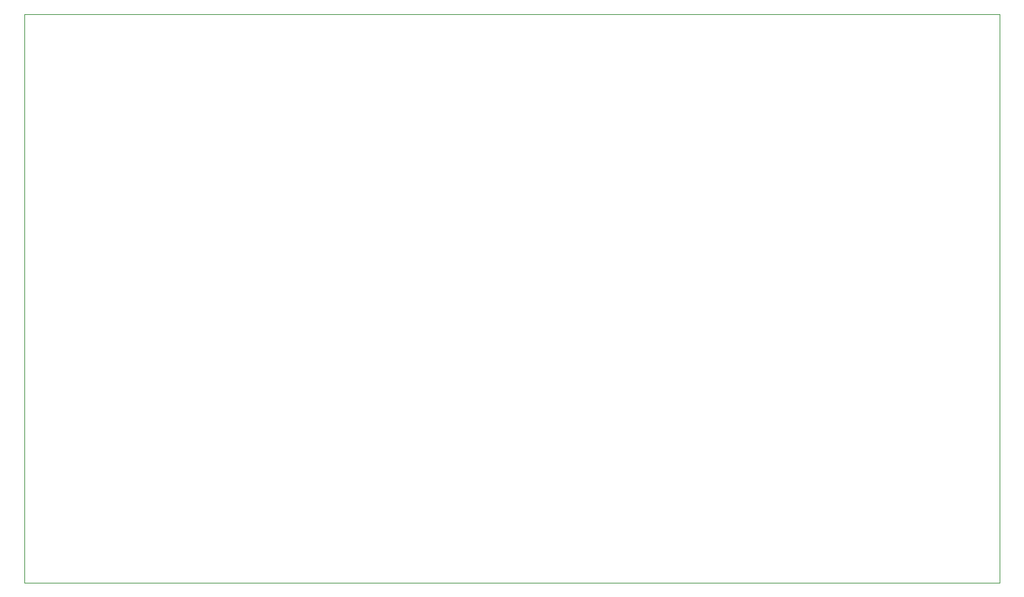
<source format=gbr>
%TF.GenerationSoftware,KiCad,Pcbnew,8.0.8+1*%
%TF.CreationDate,2025-02-28T13:11:42+11:00*%
%TF.ProjectId,mcomms,6d636f6d-6d73-42e6-9b69-6361645f7063,rev?*%
%TF.SameCoordinates,Original*%
%TF.FileFunction,Profile,NP*%
%FSLAX46Y46*%
G04 Gerber Fmt 4.6, Leading zero omitted, Abs format (unit mm)*
G04 Created by KiCad (PCBNEW 8.0.8+1) date 2025-02-28 13:11:42*
%MOMM*%
%LPD*%
G01*
G04 APERTURE LIST*
%TA.AperFunction,Profile*%
%ADD10C,0.050000*%
%TD*%
G04 APERTURE END LIST*
D10*
X59690000Y-85090000D02*
X59690000Y-13970000D01*
X181610000Y-13970000D02*
X181610000Y-85090000D01*
X59690000Y-13970000D02*
X181610000Y-13970000D01*
X181610000Y-85090000D02*
X59690000Y-85090000D01*
M02*

</source>
